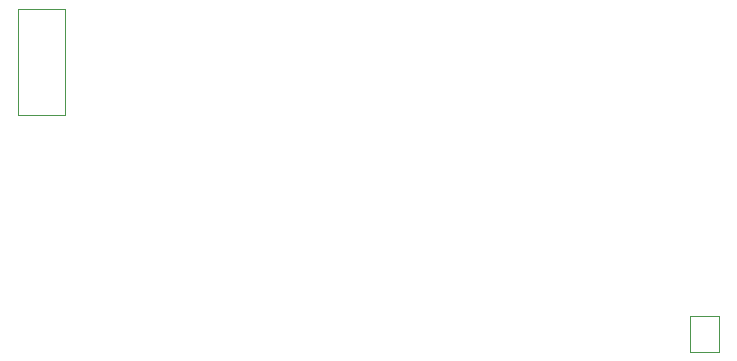
<source format=gbr>
%TF.GenerationSoftware,KiCad,Pcbnew,9.0.1*%
%TF.CreationDate,2025-05-14T13:37:06+02:00*%
%TF.ProjectId,Card_Adapter_Flex_AddOn,43617264-5f41-4646-9170-7465725f466c,0*%
%TF.SameCoordinates,Original*%
%TF.FileFunction,Other,User*%
%FSLAX46Y46*%
G04 Gerber Fmt 4.6, Leading zero omitted, Abs format (unit mm)*
G04 Created by KiCad (PCBNEW 9.0.1) date 2025-05-14 13:37:06*
%MOMM*%
%LPD*%
G01*
G04 APERTURE LIST*
%ADD10C,0.100000*%
G04 APERTURE END LIST*
%TO.C,J2*%
D10*
X119950000Y-81470000D02*
X122450000Y-81470000D01*
X122450000Y-78470000D01*
X119950000Y-78470000D01*
X119950000Y-81470000D01*
%TO.C,J1*%
X63100000Y-52450000D02*
X67100000Y-52450000D01*
X67100000Y-61450000D01*
X63100000Y-61450000D01*
X63100000Y-52450000D01*
%TD*%
M02*

</source>
